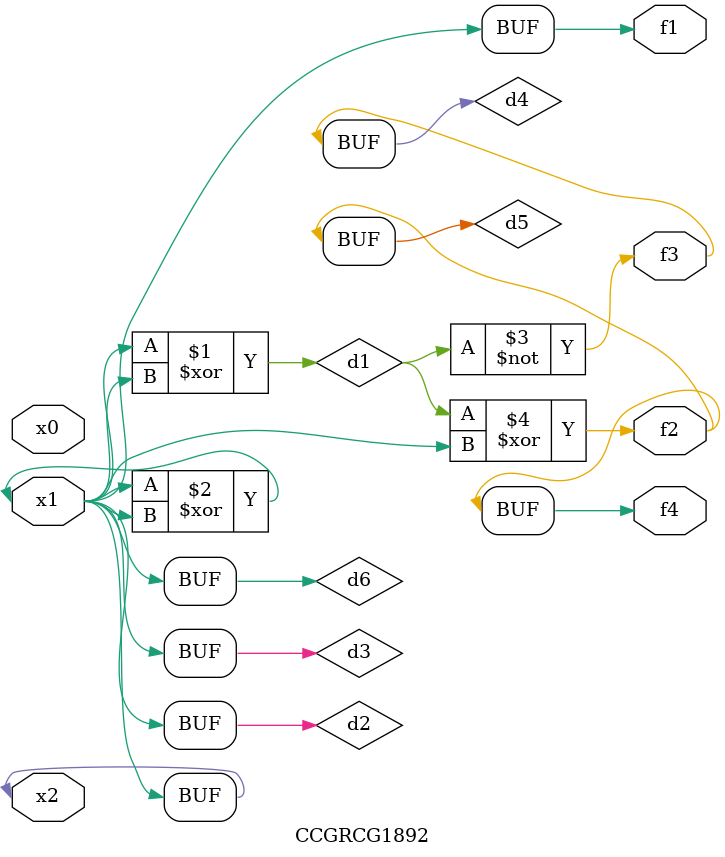
<source format=v>
module CCGRCG1892(
	input x0, x1, x2,
	output f1, f2, f3, f4
);

	wire d1, d2, d3, d4, d5, d6;

	xor (d1, x1, x2);
	buf (d2, x1, x2);
	xor (d3, x1, x2);
	nor (d4, d1);
	xor (d5, d1, d2);
	buf (d6, d2, d3);
	assign f1 = d6;
	assign f2 = d5;
	assign f3 = d4;
	assign f4 = d5;
endmodule

</source>
